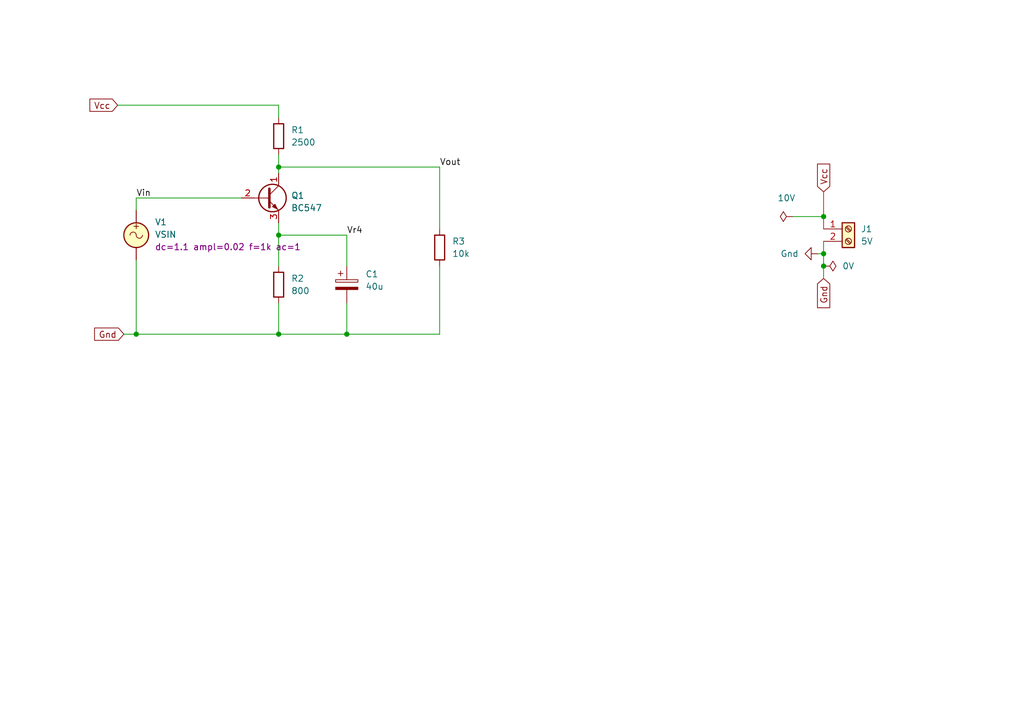
<source format=kicad_sch>
(kicad_sch (version 20250114) (generator "eeschema") (generator_version "9.0")
  (paper "A5")
  (lib_symbols
    (symbol "Connector:Screw_Terminal_01x02" (pin_names (offset 1.016) (hide yes))
      (property "Reference" "J" (at 0 2.54 0))
      (property "Value" "Screw_Terminal_01x02" (at 0 -5.08 0))
      (symbol "Screw_Terminal_01x02_1_1"
        (rectangle (start -1.27 1.27) (end 1.27 -3.81) (stroke (width 0.254)) (fill (type background)))
        (polyline (pts (xy -0.5334 0.3302) (xy 0.3302 -0.508)) (stroke (width 0.1524)))
        (polyline (pts (xy -0.5334 -2.2098) (xy 0.3302 -3.048)) (stroke (width 0.1524)))
        (polyline (pts (xy -0.3556 0.508) (xy 0.508 -0.3302)) (stroke (width 0.1524)))
        (polyline (pts (xy -0.3556 -2.032) (xy 0.508 -2.8702)) (stroke (width 0.1524)))
        (circle (center 0 0) (radius 0.635) (stroke (width 0.1524)))
        (circle (center 0 -2.54) (radius 0.635) (stroke (width 0.1524)))
        (pin passive line (at -5.08 0 0) (length 3.81) (name "Pin_1") (number "1"))
        (pin passive line (at -5.08 -2.54 0) (length 3.81) (name "Pin_2") (number "2"))
      )
    )
    (symbol "Device:C_Polarized" (pin_numbers (hide yes)) (pin_names (offset 0.254))
      (property "Reference" "C" (at 0.635 2.54 0))
      (property "Value" "C_Polarized" (at 0.635 -2.54 0))
      (symbol "C_Polarized_0_1"
        (rectangle (start -2.286 0.508) (end 2.286 1.016))
        (polyline (pts (xy -1.778 2.286) (xy -0.762 2.286)))
        (polyline (pts (xy -1.27 2.794) (xy -1.27 1.778)))
        (rectangle (start 2.286 -0.508) (end -2.286 -1.016) (fill (type outline)))
      )
      (symbol "C_Polarized_1_1"
        (pin passive line (at 0 3.81 270) (length 2.794) (name "~") (number "1"))
        (pin passive line (at 0 -3.81 90) (length 2.794) (name "~") (number "2"))
      )
    )
    (symbol "Device:R" (pin_numbers (hide yes)) (pin_names (offset 0))
      (property "Reference" "R" (at 2.032 0 90))
      (property "Value" "R" (at 0 0 90))
      (symbol "R_0_1"
        (rectangle (start -1.016 -2.54) (end 1.016 2.54) (stroke (width 0.254)))
      )
      (symbol "R_1_1"
        (pin passive line (at 0 3.81 270) (length 1.27) (name "~") (number "1"))
        (pin passive line (at 0 -3.81 90) (length 1.27) (name "~") (number "2"))
      )
    )
    (symbol "Simulation_SPICE:VSIN" (pin_numbers (hide yes)) (pin_names (offset 0.0254))
      (property "Reference" "V" (at 2.54 2.54 0))
      (property "Value" "VSIN" (at 2.54 0 0))
      (property "Sim.Params" "dc=0 ampl=1 f=1k ac=1" (at 2.54 -2.54 0))
      (symbol "VSIN_0_0"
        (arc (start -1.27 0) (mid -0.635 0.6323) (end 0 0))
        (arc (start 1.27 0) (mid 0.635 -0.6323) (end 0 0))
        (text "+" (at 0 1.905 0) (effects (font (size 1.27 1.27))))
      )
      (symbol "VSIN_0_1"
        (circle (center 0 0) (radius 2.54) (stroke (width 0.254)) (fill (type background)))
      )
      (symbol "VSIN_1_1"
        (pin passive line (at 0 5.08 270) (length 2.54) (name "~") (number "1"))
        (pin passive line (at 0 -5.08 90) (length 2.54) (name "~") (number "2"))
      )
    )
    (symbol "Transistor_BJT:BC547" (pin_names (offset 0) (hide yes))
      (property "Reference" "Q" (at 5.08 1.905 0))
      (property "Value" "BC547" (at 5.08 0 0))
      (symbol "BC547_0_1"
        (polyline (pts (xy -2.54 0) (xy 0.635 0)))
        (polyline (pts (xy 0.635 1.905) (xy 0.635 -1.905)) (stroke (width 0.508)))
        (circle (center 1.27 0) (radius 2.8194) (stroke (width 0.254)))
      )
      (symbol "BC547_1_1"
        (polyline (pts (xy 0.635 0.635) (xy 2.54 2.54)))
        (polyline (pts (xy 0.635 -0.635) (xy 2.54 -2.54)))
        (polyline (pts (xy 1.27 -1.778) (xy 1.778 -1.27) (xy 2.286 -2.286) (xy 1.27 -1.778)) (fill (type outline)))
        (pin input line (at -5.08 0 0) (length 2.54) (name "B") (number "2"))
        (pin passive line (at 2.54 5.08 270) (length 2.54) (name "C") (number "1"))
        (pin passive line (at 2.54 -5.08 90) (length 2.54) (name "E") (number "3"))
      )
    )
    (symbol "power:GND" (power) (pin_numbers (hide yes)) (pin_names (offset 0) (hide yes))
      (property "Value" "GND" (at 0 -3.81 0))
      (symbol "GND_0_1"
        (polyline (pts (xy 0 0) (xy 0 -1.27) (xy 1.27 -1.27) (xy 0 -2.54) (xy -1.27 -1.27) (xy 0 -1.27)))
      )
      (symbol "GND_1_1"
        (pin power_in line (at 0 0 270) (length 0) (name "~") (number "1"))
      )
    )
    (symbol "power:PWR_FLAG" (power) (pin_numbers (hide yes)) (pin_names (offset 0) (hide yes))
      (property "Value" "PWR_FLAG" (at 0 3.81 0))
      (symbol "PWR_FLAG_0_0"
        (pin power_out line (at 0 0 90) (length 0) (name "~") (number "1"))
      )
      (symbol "PWR_FLAG_0_1"
        (polyline (pts (xy 0 0) (xy 0 1.27) (xy -1.016 1.905) (xy 0 2.54) (xy 1.016 1.905) (xy 0 1.27)))
      )
    )
  )
  (junction (at 168.91 52.07))
  (junction (at 71.12 68.58))
  (junction (at 57.15 34.29))
  (junction (at 57.15 68.58))
  (junction (at 168.91 54.61))
  (junction (at 57.15 48.26))
  (junction (at 168.91 44.45))
  (junction (at 27.94 68.58))
  (wire (pts (xy 57.15 48.26) (xy 57.15 54.61)))
  (wire (pts (xy 71.12 62.23) (xy 71.12 68.58)))
  (wire (pts (xy 27.94 53.34) (xy 27.94 68.58)))
  (wire (pts (xy 90.17 68.58) (xy 71.12 68.58)))
  (wire (pts (xy 57.15 21.59) (xy 57.15 24.13)))
  (wire (pts (xy 57.15 34.29) (xy 90.17 34.29)))
  (wire (pts (xy 71.12 48.26) (xy 57.15 48.26)))
  (wire (pts (xy 90.17 54.61) (xy 90.17 68.58)))
  (wire (pts (xy 57.15 21.59) (xy 24.13 21.59)))
  (wire (pts (xy 167.64 52.07) (xy 168.91 52.07)))
  (wire (pts (xy 168.91 46.99) (xy 168.91 44.45)) (stroke (width 0) (color 255 0 0 1)))
  (wire (pts (xy 57.15 45.72) (xy 57.15 48.26)))
  (wire (pts (xy 90.17 46.99) (xy 90.17 34.29)))
  (wire (pts (xy 162.56 44.45) (xy 168.91 44.45)))
  (wire (pts (xy 71.12 68.58) (xy 57.15 68.58)))
  (wire (pts (xy 57.15 68.58) (xy 57.15 62.23)))
  (wire (pts (xy 57.15 34.29) (xy 57.15 35.56)))
  (wire (pts (xy 71.12 54.61) (xy 71.12 48.26)))
  (wire (pts (xy 25.4 68.58) (xy 27.94 68.58)))
  (wire (pts (xy 168.91 39.37) (xy 168.91 44.45)) (stroke (width 0) (color 255 0 0 1)))
  (wire (pts (xy 27.94 40.64) (xy 49.53 40.64)))
  (wire (pts (xy 27.94 43.18) (xy 27.94 40.64)))
  (wire (pts (xy 168.91 52.07) (xy 168.91 54.61)))
  (wire (pts (xy 168.91 49.53) (xy 168.91 52.07)))
  (wire (pts (xy 27.94 68.58) (xy 57.15 68.58)))
  (wire (pts (xy 168.91 54.61) (xy 168.91 57.15)))
  (wire (pts (xy 57.15 31.75) (xy 57.15 34.29)))
  (label "Vout" (at 90.17 34.29 0))
  (label "Vr4" (at 71.12 48.26 0))
  (label "Vin" (at 27.94 40.64 0))
  (global_label "Gnd" (shape input) (at 168.91 57.15 270) (property "Intersheetrefs" "${INTERSHEET_REFS}" (effects (hide yes))))
  (global_label "Vcc" (shape input) (at 168.91 39.37 90) (property "Intersheetrefs" "${INTERSHEET_REFS}" (effects (hide yes))))
  (global_label "Gnd" (shape input) (at 25.4 68.58 180) (property "Intersheetrefs" "${INTERSHEET_REFS}" (effects (hide yes))))
  (global_label "Vcc" (shape input) (at 24.13 21.59 180) (property "Intersheetrefs" "${INTERSHEET_REFS}" (effects (hide yes))))
  (symbol (lib_id "Transistor_BJT:BC547") (at 54.61 40.64 0) (unit 1)
    (property "Reference" "Q1" (at 59.69 40.132 0) (effects (justify left)))
    (property "Value" "BC547" (at 59.69 42.672 0) (effects (justify left)))
    (property "Footprint" "Package_TO_SOT_THT:TO-92_Inline" (effects (hide yes)))
    (property "Datasheet" "https://www.onsemi.com/pub/Collateral/BC550-D.pdf" (effects (hide yes)))
    (property "Description" "0.1A Ic, 45V Vce, Small Signal NPN Transistor, TO-92" (effects (hide yes)))
    (property "Sim.Library" "/home/kjetil/kicad/bc547c/bc547c_spice.lib" (effects (hide yes)))
    (property "Sim.Name" "BC547C" (effects (hide yes)))
    (property "Sim.Device" "SUBCKT" (effects (hide yes)))
    (property "Sim.Pins" "1=C 2=B 3=E" (effects (hide yes)))
  )
  (symbol (lib_id "Connector:Screw_Terminal_01x02") (at 173.99 46.99 0) (unit 1)
    (property "Reference" "J1" (at 176.53 46.9899 0) (effects (justify left)))
    (property "Value" "5V" (at 176.53 49.5299 0) (effects (justify left)))
    (property "Footprint" "TerminalBlock:TerminalBlock_Xinya_XY308-2.54-2P_1x02_P2.54mm_Horizontal" (effects (hide yes)))
    (property "Description" "Generic screw terminal, single row, 01x02, script generated (kicad-library-utils/schlib/autogen/connector/)" (effects (hide yes)))
    (property "Sim.Device" "V" (effects (hide yes)))
    (property "Sim.Type" "DC" (effects (hide yes)))
    (property "Sim.Pins" "1=+ 2=-" (effects (hide yes)))
  )
  (symbol (lib_id "power:PWR_FLAG") (at 168.91 54.61 270) (unit 1)
    (property "Reference" "#FLG02" (effects (hide yes)))
    (property "Value" "0V" (at 172.72 54.6099 90) (effects (justify left)))
    (property "Description" "Special symbol for telling ERC where power comes from" (effects (hide yes)))
  )
  (symbol (lib_id "Device:R") (at 57.15 58.42 0) (unit 1)
    (property "Reference" "R2" (at 59.69 57.1499 0) (effects (justify left)))
    (property "Value" "800" (at 59.69 59.6899 0) (effects (justify left)))
    (property "Description" "Resistor" (effects (hide yes)))
  )
  (symbol (lib_id "Device:C_Polarized") (at 71.12 58.42 0) (unit 1)
    (property "Reference" "C1" (at 74.93 56.2609 0) (effects (justify left)))
    (property "Value" "40u" (at 74.93 58.8009 0) (effects (justify left)))
    (property "Description" "Polarized capacitor" (effects (hide yes)))
  )
  (symbol (lib_id "Simulation_SPICE:VSIN") (at 27.94 48.26 0) (unit 1)
    (property "Reference" "V1" (at 31.75 45.5901 0) (effects (justify left)))
    (property "Value" "VSIN" (at 31.75 48.1301 0) (effects (justify left)))
    (property "Datasheet" "https://ngspice.sourceforge.io/docs/ngspice-html-manual/manual.xhtml#sec_Independent_Sources_for" (effects (hide yes)))
    (property "Description" "Voltage source, sinusoidal" (effects (hide yes)))
    (property "Sim.Pins" "1=+ 2=-" (effects (hide yes)))
    (property "Sim.Params" "dc=1.1 ampl=0.02 f=1k ac=1" (at 31.75 50.6701 0) (effects (justify left)))
    (property "Sim.Type" "SIN" (effects (hide yes)))
    (property "Sim.Device" "V" (effects (hide yes)))
  )
  (symbol (lib_id "power:PWR_FLAG") (at 162.56 44.45 90) (unit 1)
    (property "Reference" "#FLG01" (effects (hide yes)))
    (property "Value" "10V" (at 161.29 40.64 90))
    (property "Description" "Special symbol for telling ERC where power comes from" (effects (hide yes)))
  )
  (symbol (lib_id "Device:R") (at 90.17 50.8 0) (unit 1)
    (property "Reference" "R3" (at 92.71 49.5299 0) (effects (justify left)))
    (property "Value" "10k" (at 92.71 52.0699 0) (effects (justify left)))
    (property "Description" "Resistor" (effects (hide yes)))
  )
  (symbol (lib_id "power:GND") (at 167.64 52.07 270) (unit 1)
    (property "Reference" "#PWR01" (effects (hide yes)))
    (property "Value" "Gnd" (at 163.83 52.0699 90) (effects (justify right)))
    (property "Description" "Power symbol creates a global label with name \"GND\" , ground" (effects (hide yes)))
  )
  (symbol (lib_id "Device:R") (at 57.15 27.94 0) (unit 1)
    (property "Reference" "R1" (at 59.69 26.6699 0) (effects (justify left)))
    (property "Value" "2500" (at 59.69 29.2099 0) (effects (justify left)))
    (property "Description" "Resistor" (effects (hide yes)))
  )
)
</source>
